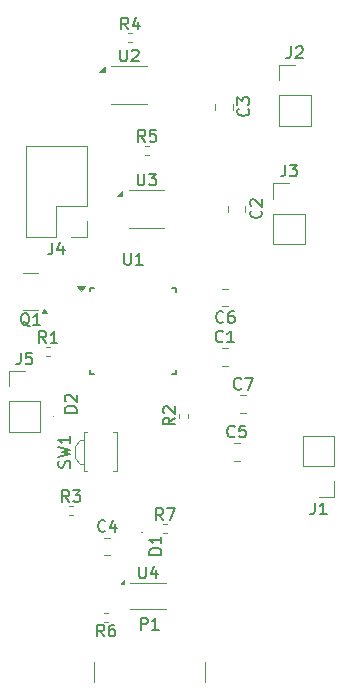
<source format=gbr>
%TF.GenerationSoftware,KiCad,Pcbnew,8.0.7*%
%TF.CreationDate,2025-01-05T21:05:33-07:00*%
%TF.ProjectId,Hat PCB,48617420-5043-4422-9e6b-696361645f70,rev?*%
%TF.SameCoordinates,Original*%
%TF.FileFunction,Legend,Top*%
%TF.FilePolarity,Positive*%
%FSLAX46Y46*%
G04 Gerber Fmt 4.6, Leading zero omitted, Abs format (unit mm)*
G04 Created by KiCad (PCBNEW 8.0.7) date 2025-01-05 21:05:33*
%MOMM*%
%LPD*%
G01*
G04 APERTURE LIST*
%ADD10C,0.150000*%
%ADD11C,0.100000*%
%ADD12C,0.120000*%
G04 APERTURE END LIST*
D10*
X245454819Y-130223094D02*
X244454819Y-130223094D01*
X244454819Y-130223094D02*
X244454819Y-129984999D01*
X244454819Y-129984999D02*
X244502438Y-129842142D01*
X244502438Y-129842142D02*
X244597676Y-129746904D01*
X244597676Y-129746904D02*
X244692914Y-129699285D01*
X244692914Y-129699285D02*
X244883390Y-129651666D01*
X244883390Y-129651666D02*
X245026247Y-129651666D01*
X245026247Y-129651666D02*
X245216723Y-129699285D01*
X245216723Y-129699285D02*
X245311961Y-129746904D01*
X245311961Y-129746904D02*
X245407200Y-129842142D01*
X245407200Y-129842142D02*
X245454819Y-129984999D01*
X245454819Y-129984999D02*
X245454819Y-130223094D01*
X244550057Y-129270713D02*
X244502438Y-129223094D01*
X244502438Y-129223094D02*
X244454819Y-129127856D01*
X244454819Y-129127856D02*
X244454819Y-128889761D01*
X244454819Y-128889761D02*
X244502438Y-128794523D01*
X244502438Y-128794523D02*
X244550057Y-128746904D01*
X244550057Y-128746904D02*
X244645295Y-128699285D01*
X244645295Y-128699285D02*
X244740533Y-128699285D01*
X244740533Y-128699285D02*
X244883390Y-128746904D01*
X244883390Y-128746904D02*
X245454819Y-129318332D01*
X245454819Y-129318332D02*
X245454819Y-128699285D01*
X265616666Y-137834819D02*
X265616666Y-138549104D01*
X265616666Y-138549104D02*
X265569047Y-138691961D01*
X265569047Y-138691961D02*
X265473809Y-138787200D01*
X265473809Y-138787200D02*
X265330952Y-138834819D01*
X265330952Y-138834819D02*
X265235714Y-138834819D01*
X266616666Y-138834819D02*
X266045238Y-138834819D01*
X266330952Y-138834819D02*
X266330952Y-137834819D01*
X266330952Y-137834819D02*
X266235714Y-137977676D01*
X266235714Y-137977676D02*
X266140476Y-138072914D01*
X266140476Y-138072914D02*
X266045238Y-138120533D01*
X247793333Y-149174819D02*
X247460000Y-148698628D01*
X247221905Y-149174819D02*
X247221905Y-148174819D01*
X247221905Y-148174819D02*
X247602857Y-148174819D01*
X247602857Y-148174819D02*
X247698095Y-148222438D01*
X247698095Y-148222438D02*
X247745714Y-148270057D01*
X247745714Y-148270057D02*
X247793333Y-148365295D01*
X247793333Y-148365295D02*
X247793333Y-148508152D01*
X247793333Y-148508152D02*
X247745714Y-148603390D01*
X247745714Y-148603390D02*
X247698095Y-148651009D01*
X247698095Y-148651009D02*
X247602857Y-148698628D01*
X247602857Y-148698628D02*
X247221905Y-148698628D01*
X248650476Y-148174819D02*
X248460000Y-148174819D01*
X248460000Y-148174819D02*
X248364762Y-148222438D01*
X248364762Y-148222438D02*
X248317143Y-148270057D01*
X248317143Y-148270057D02*
X248221905Y-148412914D01*
X248221905Y-148412914D02*
X248174286Y-148603390D01*
X248174286Y-148603390D02*
X248174286Y-148984342D01*
X248174286Y-148984342D02*
X248221905Y-149079580D01*
X248221905Y-149079580D02*
X248269524Y-149127200D01*
X248269524Y-149127200D02*
X248364762Y-149174819D01*
X248364762Y-149174819D02*
X248555238Y-149174819D01*
X248555238Y-149174819D02*
X248650476Y-149127200D01*
X248650476Y-149127200D02*
X248698095Y-149079580D01*
X248698095Y-149079580D02*
X248745714Y-148984342D01*
X248745714Y-148984342D02*
X248745714Y-148746247D01*
X248745714Y-148746247D02*
X248698095Y-148651009D01*
X248698095Y-148651009D02*
X248650476Y-148603390D01*
X248650476Y-148603390D02*
X248555238Y-148555771D01*
X248555238Y-148555771D02*
X248364762Y-148555771D01*
X248364762Y-148555771D02*
X248269524Y-148603390D01*
X248269524Y-148603390D02*
X248221905Y-148651009D01*
X248221905Y-148651009D02*
X248174286Y-148746247D01*
X251260833Y-107284819D02*
X250927500Y-106808628D01*
X250689405Y-107284819D02*
X250689405Y-106284819D01*
X250689405Y-106284819D02*
X251070357Y-106284819D01*
X251070357Y-106284819D02*
X251165595Y-106332438D01*
X251165595Y-106332438D02*
X251213214Y-106380057D01*
X251213214Y-106380057D02*
X251260833Y-106475295D01*
X251260833Y-106475295D02*
X251260833Y-106618152D01*
X251260833Y-106618152D02*
X251213214Y-106713390D01*
X251213214Y-106713390D02*
X251165595Y-106761009D01*
X251165595Y-106761009D02*
X251070357Y-106808628D01*
X251070357Y-106808628D02*
X250689405Y-106808628D01*
X252165595Y-106284819D02*
X251689405Y-106284819D01*
X251689405Y-106284819D02*
X251641786Y-106761009D01*
X251641786Y-106761009D02*
X251689405Y-106713390D01*
X251689405Y-106713390D02*
X251784643Y-106665771D01*
X251784643Y-106665771D02*
X252022738Y-106665771D01*
X252022738Y-106665771D02*
X252117976Y-106713390D01*
X252117976Y-106713390D02*
X252165595Y-106761009D01*
X252165595Y-106761009D02*
X252213214Y-106856247D01*
X252213214Y-106856247D02*
X252213214Y-107094342D01*
X252213214Y-107094342D02*
X252165595Y-107189580D01*
X252165595Y-107189580D02*
X252117976Y-107237200D01*
X252117976Y-107237200D02*
X252022738Y-107284819D01*
X252022738Y-107284819D02*
X251784643Y-107284819D01*
X251784643Y-107284819D02*
X251689405Y-107237200D01*
X251689405Y-107237200D02*
X251641786Y-107189580D01*
X242873333Y-124334819D02*
X242540000Y-123858628D01*
X242301905Y-124334819D02*
X242301905Y-123334819D01*
X242301905Y-123334819D02*
X242682857Y-123334819D01*
X242682857Y-123334819D02*
X242778095Y-123382438D01*
X242778095Y-123382438D02*
X242825714Y-123430057D01*
X242825714Y-123430057D02*
X242873333Y-123525295D01*
X242873333Y-123525295D02*
X242873333Y-123668152D01*
X242873333Y-123668152D02*
X242825714Y-123763390D01*
X242825714Y-123763390D02*
X242778095Y-123811009D01*
X242778095Y-123811009D02*
X242682857Y-123858628D01*
X242682857Y-123858628D02*
X242301905Y-123858628D01*
X243825714Y-124334819D02*
X243254286Y-124334819D01*
X243540000Y-124334819D02*
X243540000Y-123334819D01*
X243540000Y-123334819D02*
X243444762Y-123477676D01*
X243444762Y-123477676D02*
X243349524Y-123572914D01*
X243349524Y-123572914D02*
X243254286Y-123620533D01*
X240716666Y-125134819D02*
X240716666Y-125849104D01*
X240716666Y-125849104D02*
X240669047Y-125991961D01*
X240669047Y-125991961D02*
X240573809Y-126087200D01*
X240573809Y-126087200D02*
X240430952Y-126134819D01*
X240430952Y-126134819D02*
X240335714Y-126134819D01*
X241669047Y-125134819D02*
X241192857Y-125134819D01*
X241192857Y-125134819D02*
X241145238Y-125611009D01*
X241145238Y-125611009D02*
X241192857Y-125563390D01*
X241192857Y-125563390D02*
X241288095Y-125515771D01*
X241288095Y-125515771D02*
X241526190Y-125515771D01*
X241526190Y-125515771D02*
X241621428Y-125563390D01*
X241621428Y-125563390D02*
X241669047Y-125611009D01*
X241669047Y-125611009D02*
X241716666Y-125706247D01*
X241716666Y-125706247D02*
X241716666Y-125944342D01*
X241716666Y-125944342D02*
X241669047Y-126039580D01*
X241669047Y-126039580D02*
X241621428Y-126087200D01*
X241621428Y-126087200D02*
X241526190Y-126134819D01*
X241526190Y-126134819D02*
X241288095Y-126134819D01*
X241288095Y-126134819D02*
X241192857Y-126087200D01*
X241192857Y-126087200D02*
X241145238Y-126039580D01*
X257833333Y-124179580D02*
X257785714Y-124227200D01*
X257785714Y-124227200D02*
X257642857Y-124274819D01*
X257642857Y-124274819D02*
X257547619Y-124274819D01*
X257547619Y-124274819D02*
X257404762Y-124227200D01*
X257404762Y-124227200D02*
X257309524Y-124131961D01*
X257309524Y-124131961D02*
X257261905Y-124036723D01*
X257261905Y-124036723D02*
X257214286Y-123846247D01*
X257214286Y-123846247D02*
X257214286Y-123703390D01*
X257214286Y-123703390D02*
X257261905Y-123512914D01*
X257261905Y-123512914D02*
X257309524Y-123417676D01*
X257309524Y-123417676D02*
X257404762Y-123322438D01*
X257404762Y-123322438D02*
X257547619Y-123274819D01*
X257547619Y-123274819D02*
X257642857Y-123274819D01*
X257642857Y-123274819D02*
X257785714Y-123322438D01*
X257785714Y-123322438D02*
X257833333Y-123370057D01*
X258785714Y-124274819D02*
X258214286Y-124274819D01*
X258500000Y-124274819D02*
X258500000Y-123274819D01*
X258500000Y-123274819D02*
X258404762Y-123417676D01*
X258404762Y-123417676D02*
X258309524Y-123512914D01*
X258309524Y-123512914D02*
X258214286Y-123560533D01*
X259977080Y-104491666D02*
X260024700Y-104539285D01*
X260024700Y-104539285D02*
X260072319Y-104682142D01*
X260072319Y-104682142D02*
X260072319Y-104777380D01*
X260072319Y-104777380D02*
X260024700Y-104920237D01*
X260024700Y-104920237D02*
X259929461Y-105015475D01*
X259929461Y-105015475D02*
X259834223Y-105063094D01*
X259834223Y-105063094D02*
X259643747Y-105110713D01*
X259643747Y-105110713D02*
X259500890Y-105110713D01*
X259500890Y-105110713D02*
X259310414Y-105063094D01*
X259310414Y-105063094D02*
X259215176Y-105015475D01*
X259215176Y-105015475D02*
X259119938Y-104920237D01*
X259119938Y-104920237D02*
X259072319Y-104777380D01*
X259072319Y-104777380D02*
X259072319Y-104682142D01*
X259072319Y-104682142D02*
X259119938Y-104539285D01*
X259119938Y-104539285D02*
X259167557Y-104491666D01*
X259072319Y-104158332D02*
X259072319Y-103539285D01*
X259072319Y-103539285D02*
X259453271Y-103872618D01*
X259453271Y-103872618D02*
X259453271Y-103729761D01*
X259453271Y-103729761D02*
X259500890Y-103634523D01*
X259500890Y-103634523D02*
X259548509Y-103586904D01*
X259548509Y-103586904D02*
X259643747Y-103539285D01*
X259643747Y-103539285D02*
X259881842Y-103539285D01*
X259881842Y-103539285D02*
X259977080Y-103586904D01*
X259977080Y-103586904D02*
X260024700Y-103634523D01*
X260024700Y-103634523D02*
X260072319Y-103729761D01*
X260072319Y-103729761D02*
X260072319Y-104015475D01*
X260072319Y-104015475D02*
X260024700Y-104110713D01*
X260024700Y-104110713D02*
X259977080Y-104158332D01*
X252773333Y-139334819D02*
X252440000Y-138858628D01*
X252201905Y-139334819D02*
X252201905Y-138334819D01*
X252201905Y-138334819D02*
X252582857Y-138334819D01*
X252582857Y-138334819D02*
X252678095Y-138382438D01*
X252678095Y-138382438D02*
X252725714Y-138430057D01*
X252725714Y-138430057D02*
X252773333Y-138525295D01*
X252773333Y-138525295D02*
X252773333Y-138668152D01*
X252773333Y-138668152D02*
X252725714Y-138763390D01*
X252725714Y-138763390D02*
X252678095Y-138811009D01*
X252678095Y-138811009D02*
X252582857Y-138858628D01*
X252582857Y-138858628D02*
X252201905Y-138858628D01*
X253106667Y-138334819D02*
X253773333Y-138334819D01*
X253773333Y-138334819D02*
X253344762Y-139334819D01*
X250625595Y-109979819D02*
X250625595Y-110789342D01*
X250625595Y-110789342D02*
X250673214Y-110884580D01*
X250673214Y-110884580D02*
X250720833Y-110932200D01*
X250720833Y-110932200D02*
X250816071Y-110979819D01*
X250816071Y-110979819D02*
X251006547Y-110979819D01*
X251006547Y-110979819D02*
X251101785Y-110932200D01*
X251101785Y-110932200D02*
X251149404Y-110884580D01*
X251149404Y-110884580D02*
X251197023Y-110789342D01*
X251197023Y-110789342D02*
X251197023Y-109979819D01*
X251577976Y-109979819D02*
X252197023Y-109979819D01*
X252197023Y-109979819D02*
X251863690Y-110360771D01*
X251863690Y-110360771D02*
X252006547Y-110360771D01*
X252006547Y-110360771D02*
X252101785Y-110408390D01*
X252101785Y-110408390D02*
X252149404Y-110456009D01*
X252149404Y-110456009D02*
X252197023Y-110551247D01*
X252197023Y-110551247D02*
X252197023Y-110789342D01*
X252197023Y-110789342D02*
X252149404Y-110884580D01*
X252149404Y-110884580D02*
X252101785Y-110932200D01*
X252101785Y-110932200D02*
X252006547Y-110979819D01*
X252006547Y-110979819D02*
X251720833Y-110979819D01*
X251720833Y-110979819D02*
X251625595Y-110932200D01*
X251625595Y-110932200D02*
X251577976Y-110884580D01*
X249823333Y-97784819D02*
X249490000Y-97308628D01*
X249251905Y-97784819D02*
X249251905Y-96784819D01*
X249251905Y-96784819D02*
X249632857Y-96784819D01*
X249632857Y-96784819D02*
X249728095Y-96832438D01*
X249728095Y-96832438D02*
X249775714Y-96880057D01*
X249775714Y-96880057D02*
X249823333Y-96975295D01*
X249823333Y-96975295D02*
X249823333Y-97118152D01*
X249823333Y-97118152D02*
X249775714Y-97213390D01*
X249775714Y-97213390D02*
X249728095Y-97261009D01*
X249728095Y-97261009D02*
X249632857Y-97308628D01*
X249632857Y-97308628D02*
X249251905Y-97308628D01*
X250680476Y-97118152D02*
X250680476Y-97784819D01*
X250442381Y-96737200D02*
X250204286Y-97451485D01*
X250204286Y-97451485D02*
X250823333Y-97451485D01*
X252624819Y-142238094D02*
X251624819Y-142238094D01*
X251624819Y-142238094D02*
X251624819Y-141999999D01*
X251624819Y-141999999D02*
X251672438Y-141857142D01*
X251672438Y-141857142D02*
X251767676Y-141761904D01*
X251767676Y-141761904D02*
X251862914Y-141714285D01*
X251862914Y-141714285D02*
X252053390Y-141666666D01*
X252053390Y-141666666D02*
X252196247Y-141666666D01*
X252196247Y-141666666D02*
X252386723Y-141714285D01*
X252386723Y-141714285D02*
X252481961Y-141761904D01*
X252481961Y-141761904D02*
X252577200Y-141857142D01*
X252577200Y-141857142D02*
X252624819Y-141999999D01*
X252624819Y-141999999D02*
X252624819Y-142238094D01*
X252624819Y-140714285D02*
X252624819Y-141285713D01*
X252624819Y-140999999D02*
X251624819Y-140999999D01*
X251624819Y-140999999D02*
X251767676Y-141095237D01*
X251767676Y-141095237D02*
X251862914Y-141190475D01*
X251862914Y-141190475D02*
X251910533Y-141285713D01*
X261039580Y-113116666D02*
X261087200Y-113164285D01*
X261087200Y-113164285D02*
X261134819Y-113307142D01*
X261134819Y-113307142D02*
X261134819Y-113402380D01*
X261134819Y-113402380D02*
X261087200Y-113545237D01*
X261087200Y-113545237D02*
X260991961Y-113640475D01*
X260991961Y-113640475D02*
X260896723Y-113688094D01*
X260896723Y-113688094D02*
X260706247Y-113735713D01*
X260706247Y-113735713D02*
X260563390Y-113735713D01*
X260563390Y-113735713D02*
X260372914Y-113688094D01*
X260372914Y-113688094D02*
X260277676Y-113640475D01*
X260277676Y-113640475D02*
X260182438Y-113545237D01*
X260182438Y-113545237D02*
X260134819Y-113402380D01*
X260134819Y-113402380D02*
X260134819Y-113307142D01*
X260134819Y-113307142D02*
X260182438Y-113164285D01*
X260182438Y-113164285D02*
X260230057Y-113116666D01*
X260230057Y-112735713D02*
X260182438Y-112688094D01*
X260182438Y-112688094D02*
X260134819Y-112592856D01*
X260134819Y-112592856D02*
X260134819Y-112354761D01*
X260134819Y-112354761D02*
X260182438Y-112259523D01*
X260182438Y-112259523D02*
X260230057Y-112211904D01*
X260230057Y-112211904D02*
X260325295Y-112164285D01*
X260325295Y-112164285D02*
X260420533Y-112164285D01*
X260420533Y-112164285D02*
X260563390Y-112211904D01*
X260563390Y-112211904D02*
X261134819Y-112783332D01*
X261134819Y-112783332D02*
X261134819Y-112164285D01*
X244823333Y-137784819D02*
X244490000Y-137308628D01*
X244251905Y-137784819D02*
X244251905Y-136784819D01*
X244251905Y-136784819D02*
X244632857Y-136784819D01*
X244632857Y-136784819D02*
X244728095Y-136832438D01*
X244728095Y-136832438D02*
X244775714Y-136880057D01*
X244775714Y-136880057D02*
X244823333Y-136975295D01*
X244823333Y-136975295D02*
X244823333Y-137118152D01*
X244823333Y-137118152D02*
X244775714Y-137213390D01*
X244775714Y-137213390D02*
X244728095Y-137261009D01*
X244728095Y-137261009D02*
X244632857Y-137308628D01*
X244632857Y-137308628D02*
X244251905Y-137308628D01*
X245156667Y-136784819D02*
X245775714Y-136784819D01*
X245775714Y-136784819D02*
X245442381Y-137165771D01*
X245442381Y-137165771D02*
X245585238Y-137165771D01*
X245585238Y-137165771D02*
X245680476Y-137213390D01*
X245680476Y-137213390D02*
X245728095Y-137261009D01*
X245728095Y-137261009D02*
X245775714Y-137356247D01*
X245775714Y-137356247D02*
X245775714Y-137594342D01*
X245775714Y-137594342D02*
X245728095Y-137689580D01*
X245728095Y-137689580D02*
X245680476Y-137737200D01*
X245680476Y-137737200D02*
X245585238Y-137784819D01*
X245585238Y-137784819D02*
X245299524Y-137784819D01*
X245299524Y-137784819D02*
X245204286Y-137737200D01*
X245204286Y-137737200D02*
X245156667Y-137689580D01*
X250738095Y-143254819D02*
X250738095Y-144064342D01*
X250738095Y-144064342D02*
X250785714Y-144159580D01*
X250785714Y-144159580D02*
X250833333Y-144207200D01*
X250833333Y-144207200D02*
X250928571Y-144254819D01*
X250928571Y-144254819D02*
X251119047Y-144254819D01*
X251119047Y-144254819D02*
X251214285Y-144207200D01*
X251214285Y-144207200D02*
X251261904Y-144159580D01*
X251261904Y-144159580D02*
X251309523Y-144064342D01*
X251309523Y-144064342D02*
X251309523Y-143254819D01*
X252214285Y-143588152D02*
X252214285Y-144254819D01*
X251976190Y-143207200D02*
X251738095Y-143921485D01*
X251738095Y-143921485D02*
X252357142Y-143921485D01*
X243396666Y-115824819D02*
X243396666Y-116539104D01*
X243396666Y-116539104D02*
X243349047Y-116681961D01*
X243349047Y-116681961D02*
X243253809Y-116777200D01*
X243253809Y-116777200D02*
X243110952Y-116824819D01*
X243110952Y-116824819D02*
X243015714Y-116824819D01*
X244301428Y-116158152D02*
X244301428Y-116824819D01*
X244063333Y-115777200D02*
X243825238Y-116491485D01*
X243825238Y-116491485D02*
X244444285Y-116491485D01*
X258833333Y-132229580D02*
X258785714Y-132277200D01*
X258785714Y-132277200D02*
X258642857Y-132324819D01*
X258642857Y-132324819D02*
X258547619Y-132324819D01*
X258547619Y-132324819D02*
X258404762Y-132277200D01*
X258404762Y-132277200D02*
X258309524Y-132181961D01*
X258309524Y-132181961D02*
X258261905Y-132086723D01*
X258261905Y-132086723D02*
X258214286Y-131896247D01*
X258214286Y-131896247D02*
X258214286Y-131753390D01*
X258214286Y-131753390D02*
X258261905Y-131562914D01*
X258261905Y-131562914D02*
X258309524Y-131467676D01*
X258309524Y-131467676D02*
X258404762Y-131372438D01*
X258404762Y-131372438D02*
X258547619Y-131324819D01*
X258547619Y-131324819D02*
X258642857Y-131324819D01*
X258642857Y-131324819D02*
X258785714Y-131372438D01*
X258785714Y-131372438D02*
X258833333Y-131420057D01*
X259738095Y-131324819D02*
X259261905Y-131324819D01*
X259261905Y-131324819D02*
X259214286Y-131801009D01*
X259214286Y-131801009D02*
X259261905Y-131753390D01*
X259261905Y-131753390D02*
X259357143Y-131705771D01*
X259357143Y-131705771D02*
X259595238Y-131705771D01*
X259595238Y-131705771D02*
X259690476Y-131753390D01*
X259690476Y-131753390D02*
X259738095Y-131801009D01*
X259738095Y-131801009D02*
X259785714Y-131896247D01*
X259785714Y-131896247D02*
X259785714Y-132134342D01*
X259785714Y-132134342D02*
X259738095Y-132229580D01*
X259738095Y-132229580D02*
X259690476Y-132277200D01*
X259690476Y-132277200D02*
X259595238Y-132324819D01*
X259595238Y-132324819D02*
X259357143Y-132324819D01*
X259357143Y-132324819D02*
X259261905Y-132277200D01*
X259261905Y-132277200D02*
X259214286Y-132229580D01*
X253784819Y-130656666D02*
X253308628Y-130989999D01*
X253784819Y-131228094D02*
X252784819Y-131228094D01*
X252784819Y-131228094D02*
X252784819Y-130847142D01*
X252784819Y-130847142D02*
X252832438Y-130751904D01*
X252832438Y-130751904D02*
X252880057Y-130704285D01*
X252880057Y-130704285D02*
X252975295Y-130656666D01*
X252975295Y-130656666D02*
X253118152Y-130656666D01*
X253118152Y-130656666D02*
X253213390Y-130704285D01*
X253213390Y-130704285D02*
X253261009Y-130751904D01*
X253261009Y-130751904D02*
X253308628Y-130847142D01*
X253308628Y-130847142D02*
X253308628Y-131228094D01*
X252880057Y-130275713D02*
X252832438Y-130228094D01*
X252832438Y-130228094D02*
X252784819Y-130132856D01*
X252784819Y-130132856D02*
X252784819Y-129894761D01*
X252784819Y-129894761D02*
X252832438Y-129799523D01*
X252832438Y-129799523D02*
X252880057Y-129751904D01*
X252880057Y-129751904D02*
X252975295Y-129704285D01*
X252975295Y-129704285D02*
X253070533Y-129704285D01*
X253070533Y-129704285D02*
X253213390Y-129751904D01*
X253213390Y-129751904D02*
X253784819Y-130323332D01*
X253784819Y-130323332D02*
X253784819Y-129704285D01*
X247883333Y-140229580D02*
X247835714Y-140277200D01*
X247835714Y-140277200D02*
X247692857Y-140324819D01*
X247692857Y-140324819D02*
X247597619Y-140324819D01*
X247597619Y-140324819D02*
X247454762Y-140277200D01*
X247454762Y-140277200D02*
X247359524Y-140181961D01*
X247359524Y-140181961D02*
X247311905Y-140086723D01*
X247311905Y-140086723D02*
X247264286Y-139896247D01*
X247264286Y-139896247D02*
X247264286Y-139753390D01*
X247264286Y-139753390D02*
X247311905Y-139562914D01*
X247311905Y-139562914D02*
X247359524Y-139467676D01*
X247359524Y-139467676D02*
X247454762Y-139372438D01*
X247454762Y-139372438D02*
X247597619Y-139324819D01*
X247597619Y-139324819D02*
X247692857Y-139324819D01*
X247692857Y-139324819D02*
X247835714Y-139372438D01*
X247835714Y-139372438D02*
X247883333Y-139420057D01*
X248740476Y-139658152D02*
X248740476Y-140324819D01*
X248502381Y-139277200D02*
X248264286Y-139991485D01*
X248264286Y-139991485D02*
X248883333Y-139991485D01*
X249488095Y-116704819D02*
X249488095Y-117514342D01*
X249488095Y-117514342D02*
X249535714Y-117609580D01*
X249535714Y-117609580D02*
X249583333Y-117657200D01*
X249583333Y-117657200D02*
X249678571Y-117704819D01*
X249678571Y-117704819D02*
X249869047Y-117704819D01*
X249869047Y-117704819D02*
X249964285Y-117657200D01*
X249964285Y-117657200D02*
X250011904Y-117609580D01*
X250011904Y-117609580D02*
X250059523Y-117514342D01*
X250059523Y-117514342D02*
X250059523Y-116704819D01*
X251059523Y-117704819D02*
X250488095Y-117704819D01*
X250773809Y-117704819D02*
X250773809Y-116704819D01*
X250773809Y-116704819D02*
X250678571Y-116847676D01*
X250678571Y-116847676D02*
X250583333Y-116942914D01*
X250583333Y-116942914D02*
X250488095Y-116990533D01*
X250891905Y-148604819D02*
X250891905Y-147604819D01*
X250891905Y-147604819D02*
X251272857Y-147604819D01*
X251272857Y-147604819D02*
X251368095Y-147652438D01*
X251368095Y-147652438D02*
X251415714Y-147700057D01*
X251415714Y-147700057D02*
X251463333Y-147795295D01*
X251463333Y-147795295D02*
X251463333Y-147938152D01*
X251463333Y-147938152D02*
X251415714Y-148033390D01*
X251415714Y-148033390D02*
X251368095Y-148081009D01*
X251368095Y-148081009D02*
X251272857Y-148128628D01*
X251272857Y-148128628D02*
X250891905Y-148128628D01*
X252415714Y-148604819D02*
X251844286Y-148604819D01*
X252130000Y-148604819D02*
X252130000Y-147604819D01*
X252130000Y-147604819D02*
X252034762Y-147747676D01*
X252034762Y-147747676D02*
X251939524Y-147842914D01*
X251939524Y-147842914D02*
X251844286Y-147890533D01*
X241467261Y-122900057D02*
X241372023Y-122852438D01*
X241372023Y-122852438D02*
X241276785Y-122757200D01*
X241276785Y-122757200D02*
X241133928Y-122614342D01*
X241133928Y-122614342D02*
X241038690Y-122566723D01*
X241038690Y-122566723D02*
X240943452Y-122566723D01*
X240991071Y-122804819D02*
X240895833Y-122757200D01*
X240895833Y-122757200D02*
X240800595Y-122661961D01*
X240800595Y-122661961D02*
X240752976Y-122471485D01*
X240752976Y-122471485D02*
X240752976Y-122138152D01*
X240752976Y-122138152D02*
X240800595Y-121947676D01*
X240800595Y-121947676D02*
X240895833Y-121852438D01*
X240895833Y-121852438D02*
X240991071Y-121804819D01*
X240991071Y-121804819D02*
X241181547Y-121804819D01*
X241181547Y-121804819D02*
X241276785Y-121852438D01*
X241276785Y-121852438D02*
X241372023Y-121947676D01*
X241372023Y-121947676D02*
X241419642Y-122138152D01*
X241419642Y-122138152D02*
X241419642Y-122471485D01*
X241419642Y-122471485D02*
X241372023Y-122661961D01*
X241372023Y-122661961D02*
X241276785Y-122757200D01*
X241276785Y-122757200D02*
X241181547Y-122804819D01*
X241181547Y-122804819D02*
X240991071Y-122804819D01*
X242372023Y-122804819D02*
X241800595Y-122804819D01*
X242086309Y-122804819D02*
X242086309Y-121804819D01*
X242086309Y-121804819D02*
X241991071Y-121947676D01*
X241991071Y-121947676D02*
X241895833Y-122042914D01*
X241895833Y-122042914D02*
X241800595Y-122090533D01*
X244857200Y-134883332D02*
X244904819Y-134740475D01*
X244904819Y-134740475D02*
X244904819Y-134502380D01*
X244904819Y-134502380D02*
X244857200Y-134407142D01*
X244857200Y-134407142D02*
X244809580Y-134359523D01*
X244809580Y-134359523D02*
X244714342Y-134311904D01*
X244714342Y-134311904D02*
X244619104Y-134311904D01*
X244619104Y-134311904D02*
X244523866Y-134359523D01*
X244523866Y-134359523D02*
X244476247Y-134407142D01*
X244476247Y-134407142D02*
X244428628Y-134502380D01*
X244428628Y-134502380D02*
X244381009Y-134692856D01*
X244381009Y-134692856D02*
X244333390Y-134788094D01*
X244333390Y-134788094D02*
X244285771Y-134835713D01*
X244285771Y-134835713D02*
X244190533Y-134883332D01*
X244190533Y-134883332D02*
X244095295Y-134883332D01*
X244095295Y-134883332D02*
X244000057Y-134835713D01*
X244000057Y-134835713D02*
X243952438Y-134788094D01*
X243952438Y-134788094D02*
X243904819Y-134692856D01*
X243904819Y-134692856D02*
X243904819Y-134454761D01*
X243904819Y-134454761D02*
X243952438Y-134311904D01*
X243904819Y-133978570D02*
X244904819Y-133740475D01*
X244904819Y-133740475D02*
X244190533Y-133549999D01*
X244190533Y-133549999D02*
X244904819Y-133359523D01*
X244904819Y-133359523D02*
X243904819Y-133121428D01*
X244904819Y-132216666D02*
X244904819Y-132788094D01*
X244904819Y-132502380D02*
X243904819Y-132502380D01*
X243904819Y-132502380D02*
X244047676Y-132597618D01*
X244047676Y-132597618D02*
X244142914Y-132692856D01*
X244142914Y-132692856D02*
X244190533Y-132788094D01*
X263604166Y-99224819D02*
X263604166Y-99939104D01*
X263604166Y-99939104D02*
X263556547Y-100081961D01*
X263556547Y-100081961D02*
X263461309Y-100177200D01*
X263461309Y-100177200D02*
X263318452Y-100224819D01*
X263318452Y-100224819D02*
X263223214Y-100224819D01*
X264032738Y-99320057D02*
X264080357Y-99272438D01*
X264080357Y-99272438D02*
X264175595Y-99224819D01*
X264175595Y-99224819D02*
X264413690Y-99224819D01*
X264413690Y-99224819D02*
X264508928Y-99272438D01*
X264508928Y-99272438D02*
X264556547Y-99320057D01*
X264556547Y-99320057D02*
X264604166Y-99415295D01*
X264604166Y-99415295D02*
X264604166Y-99510533D01*
X264604166Y-99510533D02*
X264556547Y-99653390D01*
X264556547Y-99653390D02*
X263985119Y-100224819D01*
X263985119Y-100224819D02*
X264604166Y-100224819D01*
X263104166Y-109224819D02*
X263104166Y-109939104D01*
X263104166Y-109939104D02*
X263056547Y-110081961D01*
X263056547Y-110081961D02*
X262961309Y-110177200D01*
X262961309Y-110177200D02*
X262818452Y-110224819D01*
X262818452Y-110224819D02*
X262723214Y-110224819D01*
X263485119Y-109224819D02*
X264104166Y-109224819D01*
X264104166Y-109224819D02*
X263770833Y-109605771D01*
X263770833Y-109605771D02*
X263913690Y-109605771D01*
X263913690Y-109605771D02*
X264008928Y-109653390D01*
X264008928Y-109653390D02*
X264056547Y-109701009D01*
X264056547Y-109701009D02*
X264104166Y-109796247D01*
X264104166Y-109796247D02*
X264104166Y-110034342D01*
X264104166Y-110034342D02*
X264056547Y-110129580D01*
X264056547Y-110129580D02*
X264008928Y-110177200D01*
X264008928Y-110177200D02*
X263913690Y-110224819D01*
X263913690Y-110224819D02*
X263627976Y-110224819D01*
X263627976Y-110224819D02*
X263532738Y-110177200D01*
X263532738Y-110177200D02*
X263485119Y-110129580D01*
X249125595Y-99479819D02*
X249125595Y-100289342D01*
X249125595Y-100289342D02*
X249173214Y-100384580D01*
X249173214Y-100384580D02*
X249220833Y-100432200D01*
X249220833Y-100432200D02*
X249316071Y-100479819D01*
X249316071Y-100479819D02*
X249506547Y-100479819D01*
X249506547Y-100479819D02*
X249601785Y-100432200D01*
X249601785Y-100432200D02*
X249649404Y-100384580D01*
X249649404Y-100384580D02*
X249697023Y-100289342D01*
X249697023Y-100289342D02*
X249697023Y-99479819D01*
X250125595Y-99575057D02*
X250173214Y-99527438D01*
X250173214Y-99527438D02*
X250268452Y-99479819D01*
X250268452Y-99479819D02*
X250506547Y-99479819D01*
X250506547Y-99479819D02*
X250601785Y-99527438D01*
X250601785Y-99527438D02*
X250649404Y-99575057D01*
X250649404Y-99575057D02*
X250697023Y-99670295D01*
X250697023Y-99670295D02*
X250697023Y-99765533D01*
X250697023Y-99765533D02*
X250649404Y-99908390D01*
X250649404Y-99908390D02*
X250077976Y-100479819D01*
X250077976Y-100479819D02*
X250697023Y-100479819D01*
X259383333Y-128179580D02*
X259335714Y-128227200D01*
X259335714Y-128227200D02*
X259192857Y-128274819D01*
X259192857Y-128274819D02*
X259097619Y-128274819D01*
X259097619Y-128274819D02*
X258954762Y-128227200D01*
X258954762Y-128227200D02*
X258859524Y-128131961D01*
X258859524Y-128131961D02*
X258811905Y-128036723D01*
X258811905Y-128036723D02*
X258764286Y-127846247D01*
X258764286Y-127846247D02*
X258764286Y-127703390D01*
X258764286Y-127703390D02*
X258811905Y-127512914D01*
X258811905Y-127512914D02*
X258859524Y-127417676D01*
X258859524Y-127417676D02*
X258954762Y-127322438D01*
X258954762Y-127322438D02*
X259097619Y-127274819D01*
X259097619Y-127274819D02*
X259192857Y-127274819D01*
X259192857Y-127274819D02*
X259335714Y-127322438D01*
X259335714Y-127322438D02*
X259383333Y-127370057D01*
X259716667Y-127274819D02*
X260383333Y-127274819D01*
X260383333Y-127274819D02*
X259954762Y-128274819D01*
X257883333Y-122539580D02*
X257835714Y-122587200D01*
X257835714Y-122587200D02*
X257692857Y-122634819D01*
X257692857Y-122634819D02*
X257597619Y-122634819D01*
X257597619Y-122634819D02*
X257454762Y-122587200D01*
X257454762Y-122587200D02*
X257359524Y-122491961D01*
X257359524Y-122491961D02*
X257311905Y-122396723D01*
X257311905Y-122396723D02*
X257264286Y-122206247D01*
X257264286Y-122206247D02*
X257264286Y-122063390D01*
X257264286Y-122063390D02*
X257311905Y-121872914D01*
X257311905Y-121872914D02*
X257359524Y-121777676D01*
X257359524Y-121777676D02*
X257454762Y-121682438D01*
X257454762Y-121682438D02*
X257597619Y-121634819D01*
X257597619Y-121634819D02*
X257692857Y-121634819D01*
X257692857Y-121634819D02*
X257835714Y-121682438D01*
X257835714Y-121682438D02*
X257883333Y-121730057D01*
X258740476Y-121634819D02*
X258550000Y-121634819D01*
X258550000Y-121634819D02*
X258454762Y-121682438D01*
X258454762Y-121682438D02*
X258407143Y-121730057D01*
X258407143Y-121730057D02*
X258311905Y-121872914D01*
X258311905Y-121872914D02*
X258264286Y-122063390D01*
X258264286Y-122063390D02*
X258264286Y-122444342D01*
X258264286Y-122444342D02*
X258311905Y-122539580D01*
X258311905Y-122539580D02*
X258359524Y-122587200D01*
X258359524Y-122587200D02*
X258454762Y-122634819D01*
X258454762Y-122634819D02*
X258645238Y-122634819D01*
X258645238Y-122634819D02*
X258740476Y-122587200D01*
X258740476Y-122587200D02*
X258788095Y-122539580D01*
X258788095Y-122539580D02*
X258835714Y-122444342D01*
X258835714Y-122444342D02*
X258835714Y-122206247D01*
X258835714Y-122206247D02*
X258788095Y-122111009D01*
X258788095Y-122111009D02*
X258740476Y-122063390D01*
X258740476Y-122063390D02*
X258645238Y-122015771D01*
X258645238Y-122015771D02*
X258454762Y-122015771D01*
X258454762Y-122015771D02*
X258359524Y-122063390D01*
X258359524Y-122063390D02*
X258311905Y-122111009D01*
X258311905Y-122111009D02*
X258264286Y-122206247D01*
D11*
%TO.C,D2*%
X243550000Y-130575000D02*
G75*
G02*
X243450000Y-130575000I-50000J0D01*
G01*
X243450000Y-130575000D02*
G75*
G02*
X243550000Y-130575000I50000J0D01*
G01*
D12*
%TO.C,J1*%
X264620000Y-134780000D02*
X264620000Y-132180000D01*
X267280000Y-132180000D02*
X264620000Y-132180000D01*
X267280000Y-134780000D02*
X264620000Y-134780000D01*
X267280000Y-134780000D02*
X267280000Y-132180000D01*
X267280000Y-136050000D02*
X267280000Y-137380000D01*
X267280000Y-137380000D02*
X265950000Y-137380000D01*
%TO.C,R6*%
X248113641Y-147170000D02*
X247806359Y-147170000D01*
X248113641Y-147930000D02*
X247806359Y-147930000D01*
%TO.C,R5*%
X251273859Y-107620000D02*
X251581141Y-107620000D01*
X251273859Y-108380000D02*
X251581141Y-108380000D01*
%TO.C,R1*%
X242886359Y-124670000D02*
X243193641Y-124670000D01*
X242886359Y-125430000D02*
X243193641Y-125430000D01*
%TO.C,J5*%
X239720000Y-126680000D02*
X241050000Y-126680000D01*
X239720000Y-128010000D02*
X239720000Y-126680000D01*
X239720000Y-129280000D02*
X239720000Y-131880000D01*
X239720000Y-129280000D02*
X242380000Y-129280000D01*
X239720000Y-131880000D02*
X242380000Y-131880000D01*
X242380000Y-129280000D02*
X242380000Y-131880000D01*
%TO.C,C1*%
X257738748Y-124765000D02*
X258261252Y-124765000D01*
X257738748Y-126235000D02*
X258261252Y-126235000D01*
%TO.C,C3*%
X257202500Y-104063748D02*
X257202500Y-104586252D01*
X258672500Y-104063748D02*
X258672500Y-104586252D01*
%TO.C,R7*%
X252786359Y-139670000D02*
X253093641Y-139670000D01*
X252786359Y-140430000D02*
X253093641Y-140430000D01*
%TO.C,U3*%
X249887500Y-111365000D02*
X252887500Y-111365000D01*
X249887500Y-114585000D02*
X252887500Y-114585000D01*
X249337500Y-111925000D02*
X248857500Y-111925000D01*
X249337500Y-111445000D01*
X249337500Y-111925000D01*
G36*
X249337500Y-111925000D02*
G01*
X248857500Y-111925000D01*
X249337500Y-111445000D01*
X249337500Y-111925000D01*
G37*
%TO.C,R4*%
X249836359Y-98120000D02*
X250143641Y-98120000D01*
X249836359Y-98880000D02*
X250143641Y-98880000D01*
D11*
%TO.C,D1*%
X251050000Y-140410000D02*
G75*
G02*
X250950000Y-140410000I-50000J0D01*
G01*
X250950000Y-140410000D02*
G75*
G02*
X251050000Y-140410000I50000J0D01*
G01*
D12*
%TO.C,C2*%
X258265000Y-112688748D02*
X258265000Y-113211252D01*
X259735000Y-112688748D02*
X259735000Y-113211252D01*
%TO.C,R3*%
X244836359Y-138120000D02*
X245143641Y-138120000D01*
X244836359Y-138880000D02*
X245143641Y-138880000D01*
%TO.C,U4*%
X250000000Y-144615000D02*
X253000000Y-144615000D01*
X250000000Y-146885000D02*
X253000000Y-146885000D01*
X249480000Y-144700000D02*
X249200000Y-144700000D01*
X249480000Y-144420000D01*
X249480000Y-144700000D01*
G36*
X249480000Y-144700000D02*
G01*
X249200000Y-144700000D01*
X249480000Y-144420000D01*
X249480000Y-144700000D01*
G37*
%TO.C,J4*%
X241130000Y-115370000D02*
X241130000Y-107630000D01*
X243730000Y-112770000D02*
X243730000Y-115370000D01*
X243730000Y-115370000D02*
X241130000Y-115370000D01*
X246330000Y-107630000D02*
X241130000Y-107630000D01*
X246330000Y-112770000D02*
X243730000Y-112770000D01*
X246330000Y-112770000D02*
X246330000Y-107630000D01*
X246330000Y-114040000D02*
X246330000Y-115370000D01*
X246330000Y-115370000D02*
X245000000Y-115370000D01*
%TO.C,C5*%
X258738748Y-132815000D02*
X259261252Y-132815000D01*
X258738748Y-134285000D02*
X259261252Y-134285000D01*
%TO.C,R2*%
X254120000Y-130643641D02*
X254120000Y-130336359D01*
X254880000Y-130643641D02*
X254880000Y-130336359D01*
%TO.C,C4*%
X247788748Y-140815000D02*
X248311252Y-140815000D01*
X247788748Y-142285000D02*
X248311252Y-142285000D01*
D10*
%TO.C,U1*%
X246625000Y-119675000D02*
X246625000Y-119900000D01*
X246625000Y-119675000D02*
X246950000Y-119675000D01*
X246625000Y-126925000D02*
X246625000Y-126600000D01*
X246625000Y-126925000D02*
X246950000Y-126925000D01*
X253875000Y-119675000D02*
X253550000Y-119675000D01*
X253875000Y-119675000D02*
X253875000Y-120000000D01*
X253875000Y-126925000D02*
X253550000Y-126925000D01*
X253875000Y-126925000D02*
X253875000Y-126600000D01*
D12*
X245860000Y-119960000D02*
X245520000Y-119490000D01*
X246200000Y-119490000D01*
X245860000Y-119960000D01*
G36*
X245860000Y-119960000D02*
G01*
X245520000Y-119490000D01*
X246200000Y-119490000D01*
X245860000Y-119960000D01*
G37*
%TO.C,P1*%
X246960000Y-153000000D02*
X246960000Y-151300000D01*
X256300000Y-153000000D02*
X256300000Y-151300000D01*
%TO.C,Q1*%
X241562500Y-118390000D02*
X240912500Y-118390000D01*
X241562500Y-118390000D02*
X242212500Y-118390000D01*
X241562500Y-121510000D02*
X240912500Y-121510000D01*
X241562500Y-121510000D02*
X242212500Y-121510000D01*
X242965000Y-121790000D02*
X242485000Y-121790000D01*
X242725000Y-121460000D01*
X242965000Y-121790000D01*
G36*
X242965000Y-121790000D02*
G01*
X242485000Y-121790000D01*
X242725000Y-121460000D01*
X242965000Y-121790000D01*
G37*
%TO.C,SW1*%
X245350000Y-133050000D02*
X245730000Y-132550000D01*
X245350000Y-134050000D02*
X245350000Y-133050000D01*
X245350000Y-134050000D02*
X245730000Y-134550000D01*
X245730000Y-132550000D02*
X246050000Y-132550000D01*
X245730000Y-134550000D02*
X246050000Y-134550000D01*
X246050000Y-131900000D02*
X246350000Y-131900000D01*
X246050000Y-135200000D02*
X246050000Y-131900000D01*
X246350000Y-135200000D02*
X246050000Y-135200000D01*
X248550000Y-135200000D02*
X248850000Y-135200000D01*
X248850000Y-131900000D02*
X248550000Y-131900000D01*
X248850000Y-135200000D02*
X248850000Y-131900000D01*
%TO.C,J2*%
X262607500Y-100770000D02*
X263937500Y-100770000D01*
X262607500Y-102100000D02*
X262607500Y-100770000D01*
X262607500Y-103370000D02*
X262607500Y-105970000D01*
X262607500Y-103370000D02*
X265267500Y-103370000D01*
X262607500Y-105970000D02*
X265267500Y-105970000D01*
X265267500Y-103370000D02*
X265267500Y-105970000D01*
%TO.C,J3*%
X262107500Y-110770000D02*
X263437500Y-110770000D01*
X262107500Y-112100000D02*
X262107500Y-110770000D01*
X262107500Y-113370000D02*
X262107500Y-115970000D01*
X262107500Y-113370000D02*
X264767500Y-113370000D01*
X262107500Y-115970000D02*
X264767500Y-115970000D01*
X264767500Y-113370000D02*
X264767500Y-115970000D01*
%TO.C,U2*%
X248387500Y-100865000D02*
X251387500Y-100865000D01*
X248387500Y-104085000D02*
X251387500Y-104085000D01*
X247837500Y-101425000D02*
X247357500Y-101425000D01*
X247837500Y-100945000D01*
X247837500Y-101425000D01*
G36*
X247837500Y-101425000D02*
G01*
X247357500Y-101425000D01*
X247837500Y-100945000D01*
X247837500Y-101425000D01*
G37*
%TO.C,C7*%
X259288748Y-128765000D02*
X259811252Y-128765000D01*
X259288748Y-130235000D02*
X259811252Y-130235000D01*
%TO.C,C6*%
X258311252Y-121235000D02*
X257788748Y-121235000D01*
X258311252Y-119765000D02*
X257788748Y-119765000D01*
%TD*%
M02*

</source>
